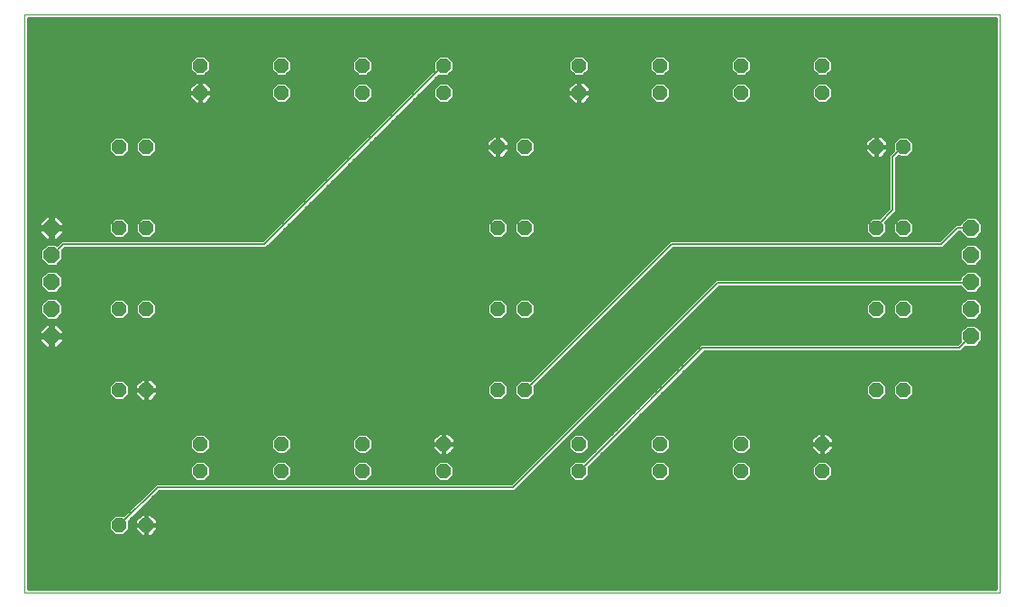
<source format=gbl>
G75*
%MOIN*%
%OFA0B0*%
%FSLAX25Y25*%
%IPPOS*%
%LPD*%
%AMOC8*
5,1,8,0,0,1.08239X$1,22.5*
%
%ADD10C,0.00000*%
%ADD11OC8,0.05200*%
%ADD12OC8,0.06000*%
%ADD13C,0.01600*%
%ADD14C,0.00600*%
D10*
X0001300Y0001300D02*
X0001300Y0215261D01*
X0362001Y0215261D01*
X0362001Y0001300D01*
X0001300Y0001300D01*
D11*
X0036300Y0026300D03*
X0046300Y0026300D03*
X0066300Y0046300D03*
X0066300Y0056300D03*
X0096300Y0056300D03*
X0096300Y0046300D03*
X0126300Y0046300D03*
X0126300Y0056300D03*
X0156300Y0056300D03*
X0156300Y0046300D03*
X0206300Y0046300D03*
X0206300Y0056300D03*
X0186300Y0076300D03*
X0176300Y0076300D03*
X0176300Y0106300D03*
X0186300Y0106300D03*
X0186300Y0136300D03*
X0176300Y0136300D03*
X0176300Y0166300D03*
X0186300Y0166300D03*
X0206300Y0186300D03*
X0206300Y0196300D03*
X0236300Y0196300D03*
X0236300Y0186300D03*
X0266300Y0186300D03*
X0266300Y0196300D03*
X0296300Y0196300D03*
X0296300Y0186300D03*
X0316300Y0166300D03*
X0326300Y0166300D03*
X0326300Y0136300D03*
X0316300Y0136300D03*
X0316300Y0106300D03*
X0326300Y0106300D03*
X0326300Y0076300D03*
X0316300Y0076300D03*
X0296300Y0056300D03*
X0296300Y0046300D03*
X0266300Y0046300D03*
X0266300Y0056300D03*
X0236300Y0056300D03*
X0236300Y0046300D03*
X0046300Y0076300D03*
X0036300Y0076300D03*
X0036300Y0106300D03*
X0046300Y0106300D03*
X0046300Y0136300D03*
X0036300Y0136300D03*
X0036300Y0166300D03*
X0046300Y0166300D03*
X0066300Y0186300D03*
X0066300Y0196300D03*
X0096300Y0196300D03*
X0096300Y0186300D03*
X0126300Y0186300D03*
X0126300Y0196300D03*
X0156300Y0196300D03*
X0156300Y0186300D03*
D12*
X0011300Y0136300D03*
X0011300Y0126300D03*
X0011300Y0116300D03*
X0011300Y0106300D03*
X0011300Y0096300D03*
X0351300Y0096300D03*
X0351300Y0106300D03*
X0351300Y0116300D03*
X0351300Y0126300D03*
X0351300Y0136300D03*
D13*
X0355700Y0135575D02*
X0360201Y0135575D01*
X0360201Y0137173D02*
X0355700Y0137173D01*
X0355700Y0138123D02*
X0353123Y0140700D01*
X0349477Y0140700D01*
X0346900Y0138123D01*
X0346900Y0138000D01*
X0345596Y0138000D01*
X0344600Y0137004D01*
X0339596Y0132000D01*
X0239996Y0132000D01*
X0239000Y0131004D01*
X0188126Y0080130D01*
X0187957Y0080300D01*
X0184643Y0080300D01*
X0182300Y0077957D01*
X0182300Y0074643D01*
X0184643Y0072300D01*
X0187957Y0072300D01*
X0190300Y0074643D01*
X0190300Y0077496D01*
X0241404Y0128600D01*
X0341004Y0128600D01*
X0346900Y0134496D01*
X0346900Y0134477D01*
X0349477Y0131900D01*
X0353123Y0131900D01*
X0355700Y0134477D01*
X0355700Y0138123D01*
X0355051Y0138772D02*
X0360201Y0138772D01*
X0360201Y0140370D02*
X0353452Y0140370D01*
X0349148Y0140370D02*
X0322175Y0140370D01*
X0323004Y0141200D02*
X0320030Y0138226D01*
X0320300Y0137957D01*
X0320300Y0134643D01*
X0317957Y0132300D01*
X0314643Y0132300D01*
X0312300Y0134643D01*
X0312300Y0137957D01*
X0314643Y0140300D01*
X0317296Y0140300D01*
X0320600Y0143604D01*
X0320600Y0163404D01*
X0322300Y0165104D01*
X0322300Y0167957D01*
X0324643Y0170300D01*
X0327957Y0170300D01*
X0330300Y0167957D01*
X0330300Y0164643D01*
X0327957Y0162300D01*
X0324643Y0162300D01*
X0324474Y0162470D01*
X0324000Y0161996D01*
X0324000Y0142196D01*
X0323004Y0141200D01*
X0323773Y0141969D02*
X0360201Y0141969D01*
X0360201Y0143568D02*
X0324000Y0143568D01*
X0324000Y0145166D02*
X0360201Y0145166D01*
X0360201Y0146765D02*
X0324000Y0146765D01*
X0324000Y0148363D02*
X0360201Y0148363D01*
X0360201Y0149962D02*
X0324000Y0149962D01*
X0324000Y0151560D02*
X0360201Y0151560D01*
X0360201Y0153159D02*
X0324000Y0153159D01*
X0324000Y0154757D02*
X0360201Y0154757D01*
X0360201Y0156356D02*
X0324000Y0156356D01*
X0324000Y0157954D02*
X0360201Y0157954D01*
X0360201Y0159553D02*
X0324000Y0159553D01*
X0324000Y0161151D02*
X0360201Y0161151D01*
X0360201Y0162750D02*
X0328406Y0162750D01*
X0330005Y0164348D02*
X0360201Y0164348D01*
X0360201Y0165947D02*
X0330300Y0165947D01*
X0330300Y0167545D02*
X0360201Y0167545D01*
X0360201Y0169144D02*
X0329113Y0169144D01*
X0323487Y0169144D02*
X0319679Y0169144D01*
X0320700Y0168123D02*
X0318123Y0170700D01*
X0316300Y0170700D01*
X0316300Y0166300D01*
X0320700Y0166300D01*
X0320700Y0168123D01*
X0320700Y0167545D02*
X0322300Y0167545D01*
X0322300Y0165947D02*
X0320700Y0165947D01*
X0320700Y0166300D02*
X0316300Y0166300D01*
X0316300Y0166300D01*
X0316300Y0166300D01*
X0316300Y0161900D01*
X0318123Y0161900D01*
X0320700Y0164477D01*
X0320700Y0166300D01*
X0320571Y0164348D02*
X0321544Y0164348D01*
X0320600Y0162750D02*
X0318972Y0162750D01*
X0320600Y0161151D02*
X0123355Y0161151D01*
X0121757Y0159553D02*
X0320600Y0159553D01*
X0320600Y0157954D02*
X0120158Y0157954D01*
X0118560Y0156356D02*
X0320600Y0156356D01*
X0320600Y0154757D02*
X0116961Y0154757D01*
X0115363Y0153159D02*
X0320600Y0153159D01*
X0320600Y0151560D02*
X0113764Y0151560D01*
X0112166Y0149962D02*
X0320600Y0149962D01*
X0320600Y0148363D02*
X0110567Y0148363D01*
X0108969Y0146765D02*
X0320600Y0146765D01*
X0320600Y0145166D02*
X0107370Y0145166D01*
X0105772Y0143568D02*
X0320563Y0143568D01*
X0318965Y0141969D02*
X0104173Y0141969D01*
X0102575Y0140370D02*
X0317366Y0140370D01*
X0320576Y0138772D02*
X0323115Y0138772D01*
X0322300Y0137957D02*
X0324643Y0140300D01*
X0327957Y0140300D01*
X0330300Y0137957D01*
X0330300Y0134643D01*
X0327957Y0132300D01*
X0324643Y0132300D01*
X0322300Y0134643D01*
X0322300Y0137957D01*
X0322300Y0137173D02*
X0320300Y0137173D01*
X0320300Y0135575D02*
X0322300Y0135575D01*
X0322967Y0133976D02*
X0319633Y0133976D01*
X0318035Y0132378D02*
X0324565Y0132378D01*
X0328035Y0132378D02*
X0339974Y0132378D01*
X0341572Y0133976D02*
X0329633Y0133976D01*
X0330300Y0135575D02*
X0343171Y0135575D01*
X0344769Y0137173D02*
X0330300Y0137173D01*
X0329485Y0138772D02*
X0347549Y0138772D01*
X0347401Y0133976D02*
X0346381Y0133976D01*
X0344782Y0132378D02*
X0349000Y0132378D01*
X0349477Y0130700D02*
X0346900Y0128123D01*
X0346900Y0124477D01*
X0349477Y0121900D01*
X0353123Y0121900D01*
X0355700Y0124477D01*
X0355700Y0128123D01*
X0353123Y0130700D01*
X0349477Y0130700D01*
X0347958Y0129181D02*
X0341585Y0129181D01*
X0343184Y0130779D02*
X0360201Y0130779D01*
X0360201Y0129181D02*
X0354642Y0129181D01*
X0355700Y0127582D02*
X0360201Y0127582D01*
X0360201Y0125984D02*
X0355700Y0125984D01*
X0355608Y0124385D02*
X0360201Y0124385D01*
X0360201Y0122787D02*
X0354009Y0122787D01*
X0353123Y0120700D02*
X0349477Y0120700D01*
X0346900Y0118123D01*
X0346900Y0117600D01*
X0256796Y0117600D01*
X0255800Y0116604D01*
X0181196Y0042000D01*
X0049796Y0042000D01*
X0048800Y0041004D01*
X0038026Y0030230D01*
X0037957Y0030300D01*
X0034643Y0030300D01*
X0032300Y0027957D01*
X0032300Y0024643D01*
X0034643Y0022300D01*
X0037957Y0022300D01*
X0040300Y0024643D01*
X0040300Y0027696D01*
X0051204Y0038600D01*
X0182604Y0038600D01*
X0258204Y0114200D01*
X0347177Y0114200D01*
X0349477Y0111900D01*
X0353123Y0111900D01*
X0355700Y0114477D01*
X0355700Y0118123D01*
X0353123Y0120700D01*
X0354233Y0119590D02*
X0360201Y0119590D01*
X0360201Y0121188D02*
X0233993Y0121188D01*
X0235591Y0122787D02*
X0348591Y0122787D01*
X0346992Y0124385D02*
X0237190Y0124385D01*
X0238788Y0125984D02*
X0346900Y0125984D01*
X0346900Y0127582D02*
X0240387Y0127582D01*
X0237177Y0129181D02*
X0091385Y0129181D01*
X0091800Y0129596D02*
X0154574Y0192370D01*
X0154643Y0192300D01*
X0157957Y0192300D01*
X0160300Y0194643D01*
X0160300Y0197957D01*
X0157957Y0200300D01*
X0154643Y0200300D01*
X0152300Y0197957D01*
X0152300Y0194904D01*
X0089396Y0132000D01*
X0014996Y0132000D01*
X0013409Y0130413D01*
X0013123Y0130700D01*
X0009477Y0130700D01*
X0006900Y0128123D01*
X0006900Y0124477D01*
X0009477Y0121900D01*
X0013123Y0121900D01*
X0015700Y0124477D01*
X0015700Y0127896D01*
X0016404Y0128600D01*
X0090804Y0128600D01*
X0091800Y0129596D01*
X0092984Y0130779D02*
X0238775Y0130779D01*
X0235578Y0127582D02*
X0015700Y0127582D01*
X0015700Y0125984D02*
X0233980Y0125984D01*
X0232381Y0124385D02*
X0015608Y0124385D01*
X0014009Y0122787D02*
X0230783Y0122787D01*
X0229184Y0121188D02*
X0003100Y0121188D01*
X0003100Y0119590D02*
X0008367Y0119590D01*
X0009477Y0120700D02*
X0006900Y0118123D01*
X0006900Y0114477D01*
X0009477Y0111900D01*
X0013123Y0111900D01*
X0015700Y0114477D01*
X0015700Y0118123D01*
X0013123Y0120700D01*
X0009477Y0120700D01*
X0008591Y0122787D02*
X0003100Y0122787D01*
X0003100Y0124385D02*
X0006992Y0124385D01*
X0006900Y0125984D02*
X0003100Y0125984D01*
X0003100Y0127582D02*
X0006900Y0127582D01*
X0007958Y0129181D02*
X0003100Y0129181D01*
X0003100Y0130779D02*
X0013775Y0130779D01*
X0013288Y0131500D02*
X0016100Y0134312D01*
X0016100Y0136100D01*
X0011500Y0136100D01*
X0011500Y0136500D01*
X0016100Y0136500D01*
X0016100Y0138288D01*
X0013288Y0141100D01*
X0011500Y0141100D01*
X0011500Y0136500D01*
X0011100Y0136500D01*
X0011100Y0141100D01*
X0009312Y0141100D01*
X0006500Y0138288D01*
X0006500Y0136500D01*
X0011100Y0136500D01*
X0011100Y0136100D01*
X0011500Y0136100D01*
X0011500Y0131500D01*
X0013288Y0131500D01*
X0014166Y0132378D02*
X0034565Y0132378D01*
X0034643Y0132300D02*
X0037957Y0132300D01*
X0040300Y0134643D01*
X0040300Y0137957D01*
X0037957Y0140300D01*
X0034643Y0140300D01*
X0032300Y0137957D01*
X0032300Y0134643D01*
X0034643Y0132300D01*
X0032967Y0133976D02*
X0015765Y0133976D01*
X0016100Y0135575D02*
X0032300Y0135575D01*
X0032300Y0137173D02*
X0016100Y0137173D01*
X0015616Y0138772D02*
X0033115Y0138772D01*
X0039485Y0138772D02*
X0043115Y0138772D01*
X0042300Y0137957D02*
X0042300Y0134643D01*
X0044643Y0132300D01*
X0047957Y0132300D01*
X0050300Y0134643D01*
X0050300Y0137957D01*
X0047957Y0140300D01*
X0044643Y0140300D01*
X0042300Y0137957D01*
X0042300Y0137173D02*
X0040300Y0137173D01*
X0040300Y0135575D02*
X0042300Y0135575D01*
X0042967Y0133976D02*
X0039633Y0133976D01*
X0038035Y0132378D02*
X0044565Y0132378D01*
X0048035Y0132378D02*
X0089774Y0132378D01*
X0091372Y0133976D02*
X0049633Y0133976D01*
X0050300Y0135575D02*
X0092971Y0135575D01*
X0094569Y0137173D02*
X0050300Y0137173D01*
X0049485Y0138772D02*
X0096168Y0138772D01*
X0097766Y0140370D02*
X0014018Y0140370D01*
X0011500Y0140370D02*
X0011100Y0140370D01*
X0011100Y0138772D02*
X0011500Y0138772D01*
X0011500Y0137173D02*
X0011100Y0137173D01*
X0011100Y0136100D02*
X0006500Y0136100D01*
X0006500Y0134312D01*
X0009312Y0131500D01*
X0011100Y0131500D01*
X0011100Y0136100D01*
X0011100Y0135575D02*
X0011500Y0135575D01*
X0011500Y0133976D02*
X0011100Y0133976D01*
X0011100Y0132378D02*
X0011500Y0132378D01*
X0008434Y0132378D02*
X0003100Y0132378D01*
X0003100Y0133976D02*
X0006835Y0133976D01*
X0006500Y0135575D02*
X0003100Y0135575D01*
X0003100Y0137173D02*
X0006500Y0137173D01*
X0006984Y0138772D02*
X0003100Y0138772D01*
X0003100Y0140370D02*
X0008582Y0140370D01*
X0003100Y0141969D02*
X0099365Y0141969D01*
X0100963Y0143568D02*
X0003100Y0143568D01*
X0003100Y0145166D02*
X0102562Y0145166D01*
X0104160Y0146765D02*
X0003100Y0146765D01*
X0003100Y0148363D02*
X0105759Y0148363D01*
X0107357Y0149962D02*
X0003100Y0149962D01*
X0003100Y0151560D02*
X0108956Y0151560D01*
X0110554Y0153159D02*
X0003100Y0153159D01*
X0003100Y0154757D02*
X0112153Y0154757D01*
X0113751Y0156356D02*
X0003100Y0156356D01*
X0003100Y0157954D02*
X0115350Y0157954D01*
X0116948Y0159553D02*
X0003100Y0159553D01*
X0003100Y0161151D02*
X0118547Y0161151D01*
X0120145Y0162750D02*
X0048406Y0162750D01*
X0047957Y0162300D02*
X0050300Y0164643D01*
X0050300Y0167957D01*
X0047957Y0170300D01*
X0044643Y0170300D01*
X0042300Y0167957D01*
X0042300Y0164643D01*
X0044643Y0162300D01*
X0047957Y0162300D01*
X0050005Y0164348D02*
X0121744Y0164348D01*
X0123343Y0165947D02*
X0050300Y0165947D01*
X0050300Y0167545D02*
X0124941Y0167545D01*
X0126540Y0169144D02*
X0049113Y0169144D01*
X0043487Y0169144D02*
X0039113Y0169144D01*
X0037957Y0170300D02*
X0034643Y0170300D01*
X0032300Y0167957D01*
X0032300Y0164643D01*
X0034643Y0162300D01*
X0037957Y0162300D01*
X0040300Y0164643D01*
X0040300Y0167957D01*
X0037957Y0170300D01*
X0040300Y0167545D02*
X0042300Y0167545D01*
X0042300Y0165947D02*
X0040300Y0165947D01*
X0040005Y0164348D02*
X0042595Y0164348D01*
X0044194Y0162750D02*
X0038406Y0162750D01*
X0034194Y0162750D02*
X0003100Y0162750D01*
X0003100Y0164348D02*
X0032595Y0164348D01*
X0032300Y0165947D02*
X0003100Y0165947D01*
X0003100Y0167545D02*
X0032300Y0167545D01*
X0033487Y0169144D02*
X0003100Y0169144D01*
X0003100Y0170742D02*
X0128138Y0170742D01*
X0129737Y0172341D02*
X0003100Y0172341D01*
X0003100Y0173939D02*
X0131335Y0173939D01*
X0132934Y0175538D02*
X0003100Y0175538D01*
X0003100Y0177136D02*
X0134532Y0177136D01*
X0136131Y0178735D02*
X0003100Y0178735D01*
X0003100Y0180333D02*
X0137729Y0180333D01*
X0139328Y0181932D02*
X0068154Y0181932D01*
X0068123Y0181900D02*
X0070700Y0184477D01*
X0070700Y0186300D01*
X0070700Y0188123D01*
X0068123Y0190700D01*
X0066300Y0190700D01*
X0066300Y0186300D01*
X0066300Y0186300D01*
X0070700Y0186300D01*
X0066300Y0186300D01*
X0066300Y0186300D01*
X0066300Y0186300D01*
X0061900Y0186300D01*
X0061900Y0188123D01*
X0064477Y0190700D01*
X0066300Y0190700D01*
X0066300Y0186300D01*
X0066300Y0181900D01*
X0068123Y0181900D01*
X0066300Y0181900D02*
X0066300Y0186300D01*
X0066300Y0186300D01*
X0061900Y0186300D01*
X0061900Y0184477D01*
X0064477Y0181900D01*
X0066300Y0181900D01*
X0066300Y0181932D02*
X0066300Y0181932D01*
X0066300Y0183530D02*
X0066300Y0183530D01*
X0066300Y0185129D02*
X0066300Y0185129D01*
X0066300Y0186727D02*
X0066300Y0186727D01*
X0066300Y0188326D02*
X0066300Y0188326D01*
X0066300Y0189924D02*
X0066300Y0189924D01*
X0068898Y0189924D02*
X0094267Y0189924D01*
X0094643Y0190300D02*
X0092300Y0187957D01*
X0092300Y0184643D01*
X0094643Y0182300D01*
X0097957Y0182300D01*
X0100300Y0184643D01*
X0100300Y0187957D01*
X0097957Y0190300D01*
X0094643Y0190300D01*
X0094643Y0192300D02*
X0097957Y0192300D01*
X0100300Y0194643D01*
X0100300Y0197957D01*
X0097957Y0200300D01*
X0094643Y0200300D01*
X0092300Y0197957D01*
X0092300Y0194643D01*
X0094643Y0192300D01*
X0093822Y0193121D02*
X0068778Y0193121D01*
X0067957Y0192300D02*
X0064643Y0192300D01*
X0062300Y0194643D01*
X0062300Y0197957D01*
X0064643Y0200300D01*
X0067957Y0200300D01*
X0070300Y0197957D01*
X0070300Y0194643D01*
X0067957Y0192300D01*
X0063822Y0193121D02*
X0003100Y0193121D01*
X0003100Y0191523D02*
X0148919Y0191523D01*
X0150517Y0193121D02*
X0128778Y0193121D01*
X0127957Y0192300D02*
X0124643Y0192300D01*
X0122300Y0194643D01*
X0122300Y0197957D01*
X0124643Y0200300D01*
X0127957Y0200300D01*
X0130300Y0197957D01*
X0130300Y0194643D01*
X0127957Y0192300D01*
X0127957Y0190300D02*
X0124643Y0190300D01*
X0122300Y0187957D01*
X0122300Y0184643D01*
X0124643Y0182300D01*
X0127957Y0182300D01*
X0130300Y0184643D01*
X0130300Y0187957D01*
X0127957Y0190300D01*
X0128332Y0189924D02*
X0147320Y0189924D01*
X0145722Y0188326D02*
X0129931Y0188326D01*
X0130300Y0186727D02*
X0144123Y0186727D01*
X0142525Y0185129D02*
X0130300Y0185129D01*
X0129187Y0183530D02*
X0140926Y0183530D01*
X0142537Y0180333D02*
X0360201Y0180333D01*
X0360201Y0178735D02*
X0140939Y0178735D01*
X0139340Y0177136D02*
X0360201Y0177136D01*
X0360201Y0175538D02*
X0137742Y0175538D01*
X0136143Y0173939D02*
X0360201Y0173939D01*
X0360201Y0172341D02*
X0134545Y0172341D01*
X0132946Y0170742D02*
X0360201Y0170742D01*
X0360201Y0181932D02*
X0208154Y0181932D01*
X0208123Y0181900D02*
X0210700Y0184477D01*
X0210700Y0186300D01*
X0210700Y0188123D01*
X0208123Y0190700D01*
X0206300Y0190700D01*
X0206300Y0186300D01*
X0206300Y0186300D01*
X0210700Y0186300D01*
X0206300Y0186300D01*
X0206300Y0186300D01*
X0206300Y0186300D01*
X0201900Y0186300D01*
X0201900Y0188123D01*
X0204477Y0190700D01*
X0206300Y0190700D01*
X0206300Y0186300D01*
X0206300Y0181900D01*
X0208123Y0181900D01*
X0206300Y0181900D02*
X0206300Y0186300D01*
X0206300Y0186300D01*
X0201900Y0186300D01*
X0201900Y0184477D01*
X0204477Y0181900D01*
X0206300Y0181900D01*
X0206300Y0181932D02*
X0206300Y0181932D01*
X0206300Y0183530D02*
X0206300Y0183530D01*
X0206300Y0185129D02*
X0206300Y0185129D01*
X0206300Y0186727D02*
X0206300Y0186727D01*
X0206300Y0188326D02*
X0206300Y0188326D01*
X0206300Y0189924D02*
X0206300Y0189924D01*
X0208898Y0189924D02*
X0234267Y0189924D01*
X0234643Y0190300D02*
X0232300Y0187957D01*
X0232300Y0184643D01*
X0234643Y0182300D01*
X0237957Y0182300D01*
X0240300Y0184643D01*
X0240300Y0187957D01*
X0237957Y0190300D01*
X0234643Y0190300D01*
X0234643Y0192300D02*
X0237957Y0192300D01*
X0240300Y0194643D01*
X0240300Y0197957D01*
X0237957Y0200300D01*
X0234643Y0200300D01*
X0232300Y0197957D01*
X0232300Y0194643D01*
X0234643Y0192300D01*
X0233822Y0193121D02*
X0208778Y0193121D01*
X0207957Y0192300D02*
X0204643Y0192300D01*
X0202300Y0194643D01*
X0202300Y0197957D01*
X0204643Y0200300D01*
X0207957Y0200300D01*
X0210300Y0197957D01*
X0210300Y0194643D01*
X0207957Y0192300D01*
X0203822Y0193121D02*
X0158778Y0193121D01*
X0160300Y0194720D02*
X0202300Y0194720D01*
X0202300Y0196318D02*
X0160300Y0196318D01*
X0160300Y0197917D02*
X0202300Y0197917D01*
X0203859Y0199515D02*
X0158741Y0199515D01*
X0153859Y0199515D02*
X0128741Y0199515D01*
X0130300Y0197917D02*
X0152300Y0197917D01*
X0152300Y0196318D02*
X0130300Y0196318D01*
X0130300Y0194720D02*
X0152116Y0194720D01*
X0153727Y0191523D02*
X0360201Y0191523D01*
X0360201Y0193121D02*
X0298778Y0193121D01*
X0297957Y0192300D02*
X0294643Y0192300D01*
X0292300Y0194643D01*
X0292300Y0197957D01*
X0294643Y0200300D01*
X0297957Y0200300D01*
X0300300Y0197957D01*
X0300300Y0194643D01*
X0297957Y0192300D01*
X0297957Y0190300D02*
X0294643Y0190300D01*
X0292300Y0187957D01*
X0292300Y0184643D01*
X0294643Y0182300D01*
X0297957Y0182300D01*
X0300300Y0184643D01*
X0300300Y0187957D01*
X0297957Y0190300D01*
X0298332Y0189924D02*
X0360201Y0189924D01*
X0360201Y0188326D02*
X0299931Y0188326D01*
X0300300Y0186727D02*
X0360201Y0186727D01*
X0360201Y0185129D02*
X0300300Y0185129D01*
X0299187Y0183530D02*
X0360201Y0183530D01*
X0360201Y0194720D02*
X0300300Y0194720D01*
X0300300Y0196318D02*
X0360201Y0196318D01*
X0360201Y0197917D02*
X0300300Y0197917D01*
X0298741Y0199515D02*
X0360201Y0199515D01*
X0360201Y0201114D02*
X0003100Y0201114D01*
X0003100Y0202712D02*
X0360201Y0202712D01*
X0360201Y0204311D02*
X0003100Y0204311D01*
X0003100Y0205909D02*
X0360201Y0205909D01*
X0360201Y0207508D02*
X0003100Y0207508D01*
X0003100Y0209106D02*
X0360201Y0209106D01*
X0360201Y0210705D02*
X0003100Y0210705D01*
X0003100Y0212303D02*
X0360201Y0212303D01*
X0360201Y0213461D02*
X0003100Y0213461D01*
X0003100Y0003100D01*
X0360201Y0003100D01*
X0360201Y0213461D01*
X0294267Y0189924D02*
X0268332Y0189924D01*
X0267957Y0190300D02*
X0264643Y0190300D01*
X0262300Y0187957D01*
X0262300Y0184643D01*
X0264643Y0182300D01*
X0267957Y0182300D01*
X0270300Y0184643D01*
X0270300Y0187957D01*
X0267957Y0190300D01*
X0267957Y0192300D02*
X0264643Y0192300D01*
X0262300Y0194643D01*
X0262300Y0197957D01*
X0264643Y0200300D01*
X0267957Y0200300D01*
X0270300Y0197957D01*
X0270300Y0194643D01*
X0267957Y0192300D01*
X0268778Y0193121D02*
X0293822Y0193121D01*
X0292300Y0194720D02*
X0270300Y0194720D01*
X0270300Y0196318D02*
X0292300Y0196318D01*
X0292300Y0197917D02*
X0270300Y0197917D01*
X0268741Y0199515D02*
X0293859Y0199515D01*
X0292669Y0188326D02*
X0269931Y0188326D01*
X0270300Y0186727D02*
X0292300Y0186727D01*
X0292300Y0185129D02*
X0270300Y0185129D01*
X0269187Y0183530D02*
X0293413Y0183530D01*
X0311900Y0168123D02*
X0314477Y0170700D01*
X0316300Y0170700D01*
X0316300Y0166300D01*
X0316300Y0166300D01*
X0316300Y0166300D01*
X0311900Y0166300D01*
X0311900Y0168123D01*
X0311900Y0167545D02*
X0190300Y0167545D01*
X0190300Y0167957D02*
X0187957Y0170300D01*
X0184643Y0170300D01*
X0182300Y0167957D01*
X0182300Y0164643D01*
X0184643Y0162300D01*
X0187957Y0162300D01*
X0190300Y0164643D01*
X0190300Y0167957D01*
X0189113Y0169144D02*
X0312921Y0169144D01*
X0316300Y0169144D02*
X0316300Y0169144D01*
X0316300Y0167545D02*
X0316300Y0167545D01*
X0316300Y0166300D02*
X0311900Y0166300D01*
X0311900Y0164477D01*
X0314477Y0161900D01*
X0316300Y0161900D01*
X0316300Y0166300D01*
X0316300Y0165947D02*
X0316300Y0165947D01*
X0316300Y0164348D02*
X0316300Y0164348D01*
X0316300Y0162750D02*
X0316300Y0162750D01*
X0313628Y0162750D02*
X0188406Y0162750D01*
X0190005Y0164348D02*
X0312029Y0164348D01*
X0311900Y0165947D02*
X0190300Y0165947D01*
X0184194Y0162750D02*
X0178972Y0162750D01*
X0178123Y0161900D02*
X0176300Y0161900D01*
X0176300Y0166300D01*
X0180700Y0166300D01*
X0180700Y0168123D01*
X0178123Y0170700D01*
X0176300Y0170700D01*
X0176300Y0166300D01*
X0176300Y0166300D01*
X0176300Y0166300D01*
X0180700Y0166300D01*
X0180700Y0164477D01*
X0178123Y0161900D01*
X0176300Y0161900D02*
X0176300Y0166300D01*
X0176300Y0166300D01*
X0176300Y0166300D01*
X0171900Y0166300D01*
X0171900Y0168123D01*
X0174477Y0170700D01*
X0176300Y0170700D01*
X0176300Y0166300D01*
X0171900Y0166300D01*
X0171900Y0164477D01*
X0174477Y0161900D01*
X0176300Y0161900D01*
X0176300Y0162750D02*
X0176300Y0162750D01*
X0176300Y0164348D02*
X0176300Y0164348D01*
X0176300Y0165947D02*
X0176300Y0165947D01*
X0176300Y0167545D02*
X0176300Y0167545D01*
X0176300Y0169144D02*
X0176300Y0169144D01*
X0179679Y0169144D02*
X0183487Y0169144D01*
X0182300Y0167545D02*
X0180700Y0167545D01*
X0180700Y0165947D02*
X0182300Y0165947D01*
X0182595Y0164348D02*
X0180571Y0164348D01*
X0173628Y0162750D02*
X0124954Y0162750D01*
X0126552Y0164348D02*
X0172029Y0164348D01*
X0171900Y0165947D02*
X0128151Y0165947D01*
X0129749Y0167545D02*
X0171900Y0167545D01*
X0172921Y0169144D02*
X0131348Y0169144D01*
X0123413Y0183530D02*
X0099187Y0183530D01*
X0100300Y0185129D02*
X0122300Y0185129D01*
X0122300Y0186727D02*
X0100300Y0186727D01*
X0099931Y0188326D02*
X0122669Y0188326D01*
X0124267Y0189924D02*
X0098332Y0189924D01*
X0098778Y0193121D02*
X0123822Y0193121D01*
X0122300Y0194720D02*
X0100300Y0194720D01*
X0100300Y0196318D02*
X0122300Y0196318D01*
X0122300Y0197917D02*
X0100300Y0197917D01*
X0098741Y0199515D02*
X0123859Y0199515D01*
X0147333Y0185129D02*
X0152300Y0185129D01*
X0152300Y0184643D02*
X0154643Y0182300D01*
X0157957Y0182300D01*
X0160300Y0184643D01*
X0160300Y0187957D01*
X0157957Y0190300D01*
X0154643Y0190300D01*
X0152300Y0187957D01*
X0152300Y0184643D01*
X0153413Y0183530D02*
X0145734Y0183530D01*
X0144136Y0181932D02*
X0204446Y0181932D01*
X0202847Y0183530D02*
X0159187Y0183530D01*
X0160300Y0185129D02*
X0201900Y0185129D01*
X0201900Y0186727D02*
X0160300Y0186727D01*
X0159931Y0188326D02*
X0202103Y0188326D01*
X0203702Y0189924D02*
X0158332Y0189924D01*
X0154267Y0189924D02*
X0152128Y0189924D01*
X0152669Y0188326D02*
X0150530Y0188326D01*
X0148931Y0186727D02*
X0152300Y0186727D01*
X0209753Y0183530D02*
X0233413Y0183530D01*
X0232300Y0185129D02*
X0210700Y0185129D01*
X0210700Y0186727D02*
X0232300Y0186727D01*
X0232669Y0188326D02*
X0210497Y0188326D01*
X0210300Y0194720D02*
X0232300Y0194720D01*
X0232300Y0196318D02*
X0210300Y0196318D01*
X0210300Y0197917D02*
X0232300Y0197917D01*
X0233859Y0199515D02*
X0208741Y0199515D01*
X0238741Y0199515D02*
X0263859Y0199515D01*
X0262300Y0197917D02*
X0240300Y0197917D01*
X0240300Y0196318D02*
X0262300Y0196318D01*
X0262300Y0194720D02*
X0240300Y0194720D01*
X0238778Y0193121D02*
X0263822Y0193121D01*
X0264267Y0189924D02*
X0238332Y0189924D01*
X0239931Y0188326D02*
X0262669Y0188326D01*
X0262300Y0186727D02*
X0240300Y0186727D01*
X0240300Y0185129D02*
X0262300Y0185129D01*
X0263413Y0183530D02*
X0239187Y0183530D01*
X0190300Y0137957D02*
X0187957Y0140300D01*
X0184643Y0140300D01*
X0182300Y0137957D01*
X0182300Y0134643D01*
X0184643Y0132300D01*
X0187957Y0132300D01*
X0190300Y0134643D01*
X0190300Y0137957D01*
X0190300Y0137173D02*
X0312300Y0137173D01*
X0312300Y0135575D02*
X0190300Y0135575D01*
X0189633Y0133976D02*
X0312967Y0133976D01*
X0314565Y0132378D02*
X0188035Y0132378D01*
X0184565Y0132378D02*
X0178035Y0132378D01*
X0177957Y0132300D02*
X0180300Y0134643D01*
X0180300Y0137957D01*
X0177957Y0140300D01*
X0174643Y0140300D01*
X0172300Y0137957D01*
X0172300Y0134643D01*
X0174643Y0132300D01*
X0177957Y0132300D01*
X0179633Y0133976D02*
X0182967Y0133976D01*
X0182300Y0135575D02*
X0180300Y0135575D01*
X0180300Y0137173D02*
X0182300Y0137173D01*
X0183115Y0138772D02*
X0179485Y0138772D01*
X0173115Y0138772D02*
X0100976Y0138772D01*
X0099378Y0137173D02*
X0172300Y0137173D01*
X0172300Y0135575D02*
X0097779Y0135575D01*
X0096181Y0133976D02*
X0172967Y0133976D01*
X0174565Y0132378D02*
X0094582Y0132378D01*
X0050300Y0107957D02*
X0050300Y0104643D01*
X0047957Y0102300D01*
X0044643Y0102300D01*
X0042300Y0104643D01*
X0042300Y0107957D01*
X0044643Y0110300D01*
X0047957Y0110300D01*
X0050300Y0107957D01*
X0049857Y0108400D02*
X0172743Y0108400D01*
X0172300Y0107957D02*
X0172300Y0104643D01*
X0174643Y0102300D01*
X0177957Y0102300D01*
X0180300Y0104643D01*
X0180300Y0107957D01*
X0177957Y0110300D01*
X0174643Y0110300D01*
X0172300Y0107957D01*
X0172300Y0106802D02*
X0050300Y0106802D01*
X0050300Y0105203D02*
X0172300Y0105203D01*
X0173338Y0103605D02*
X0049262Y0103605D01*
X0043338Y0103605D02*
X0039262Y0103605D01*
X0040300Y0104643D02*
X0037957Y0102300D01*
X0034643Y0102300D01*
X0032300Y0104643D01*
X0032300Y0107957D01*
X0034643Y0110300D01*
X0037957Y0110300D01*
X0040300Y0107957D01*
X0040300Y0104643D01*
X0040300Y0105203D02*
X0042300Y0105203D01*
X0042300Y0106802D02*
X0040300Y0106802D01*
X0039857Y0108400D02*
X0042743Y0108400D01*
X0044342Y0109999D02*
X0038258Y0109999D01*
X0034342Y0109999D02*
X0013824Y0109999D01*
X0013123Y0110700D02*
X0009477Y0110700D01*
X0006900Y0108123D01*
X0006900Y0104477D01*
X0009477Y0101900D01*
X0013123Y0101900D01*
X0015700Y0104477D01*
X0015700Y0108123D01*
X0013123Y0110700D01*
X0014418Y0113196D02*
X0221192Y0113196D01*
X0222790Y0114794D02*
X0015700Y0114794D01*
X0015700Y0116393D02*
X0224389Y0116393D01*
X0225987Y0117991D02*
X0015700Y0117991D01*
X0014233Y0119590D02*
X0227586Y0119590D01*
X0230795Y0117991D02*
X0346900Y0117991D01*
X0348367Y0119590D02*
X0232394Y0119590D01*
X0229197Y0116393D02*
X0255589Y0116393D01*
X0253990Y0114794D02*
X0227598Y0114794D01*
X0226000Y0113196D02*
X0252392Y0113196D01*
X0250793Y0111597D02*
X0224401Y0111597D01*
X0222803Y0109999D02*
X0249195Y0109999D01*
X0247596Y0108400D02*
X0221204Y0108400D01*
X0219606Y0106802D02*
X0245998Y0106802D01*
X0244399Y0105203D02*
X0218007Y0105203D01*
X0216409Y0103605D02*
X0242801Y0103605D01*
X0241202Y0102006D02*
X0214810Y0102006D01*
X0213212Y0100408D02*
X0239604Y0100408D01*
X0238005Y0098809D02*
X0211613Y0098809D01*
X0210015Y0097211D02*
X0236407Y0097211D01*
X0234808Y0095612D02*
X0208416Y0095612D01*
X0206818Y0094014D02*
X0233209Y0094014D01*
X0231611Y0092415D02*
X0205219Y0092415D01*
X0203621Y0090817D02*
X0230012Y0090817D01*
X0228414Y0089218D02*
X0202022Y0089218D01*
X0200424Y0087620D02*
X0226815Y0087620D01*
X0225217Y0086021D02*
X0198825Y0086021D01*
X0197227Y0084423D02*
X0223618Y0084423D01*
X0222020Y0082824D02*
X0195628Y0082824D01*
X0194030Y0081226D02*
X0220421Y0081226D01*
X0218823Y0079627D02*
X0192431Y0079627D01*
X0190833Y0078029D02*
X0217224Y0078029D01*
X0215626Y0076430D02*
X0190300Y0076430D01*
X0190300Y0074832D02*
X0214027Y0074832D01*
X0212429Y0073233D02*
X0188890Y0073233D01*
X0183710Y0073233D02*
X0178890Y0073233D01*
X0177957Y0072300D02*
X0180300Y0074643D01*
X0180300Y0077957D01*
X0177957Y0080300D01*
X0174643Y0080300D01*
X0172300Y0077957D01*
X0172300Y0074643D01*
X0174643Y0072300D01*
X0177957Y0072300D01*
X0180300Y0074832D02*
X0182300Y0074832D01*
X0182300Y0076430D02*
X0180300Y0076430D01*
X0180228Y0078029D02*
X0182372Y0078029D01*
X0183970Y0079627D02*
X0178630Y0079627D01*
X0173970Y0079627D02*
X0049195Y0079627D01*
X0048123Y0080700D02*
X0050700Y0078123D01*
X0050700Y0076300D01*
X0046300Y0076300D01*
X0046300Y0076300D01*
X0046300Y0076300D01*
X0046300Y0080700D01*
X0048123Y0080700D01*
X0046300Y0080700D02*
X0044477Y0080700D01*
X0041900Y0078123D01*
X0041900Y0076300D01*
X0046300Y0076300D01*
X0050700Y0076300D01*
X0050700Y0074477D01*
X0048123Y0071900D01*
X0046300Y0071900D01*
X0046300Y0076300D01*
X0046300Y0076300D01*
X0046300Y0076300D01*
X0046300Y0080700D01*
X0046300Y0079627D02*
X0046300Y0079627D01*
X0046300Y0078029D02*
X0046300Y0078029D01*
X0046300Y0076430D02*
X0046300Y0076430D01*
X0046300Y0076300D02*
X0041900Y0076300D01*
X0041900Y0074477D01*
X0044477Y0071900D01*
X0046300Y0071900D01*
X0046300Y0076300D01*
X0046300Y0074832D02*
X0046300Y0074832D01*
X0046300Y0073233D02*
X0046300Y0073233D01*
X0049456Y0073233D02*
X0173710Y0073233D01*
X0172300Y0074832D02*
X0050700Y0074832D01*
X0050700Y0076430D02*
X0172300Y0076430D01*
X0172372Y0078029D02*
X0050700Y0078029D01*
X0043405Y0079627D02*
X0038630Y0079627D01*
X0037957Y0080300D02*
X0034643Y0080300D01*
X0032300Y0077957D01*
X0032300Y0074643D01*
X0034643Y0072300D01*
X0037957Y0072300D01*
X0040300Y0074643D01*
X0040300Y0077957D01*
X0037957Y0080300D01*
X0040228Y0078029D02*
X0041900Y0078029D01*
X0041900Y0076430D02*
X0040300Y0076430D01*
X0040300Y0074832D02*
X0041900Y0074832D01*
X0043144Y0073233D02*
X0038890Y0073233D01*
X0033710Y0073233D02*
X0003100Y0073233D01*
X0003100Y0071634D02*
X0210830Y0071634D01*
X0209232Y0070036D02*
X0003100Y0070036D01*
X0003100Y0068437D02*
X0207633Y0068437D01*
X0206035Y0066839D02*
X0003100Y0066839D01*
X0003100Y0065240D02*
X0204436Y0065240D01*
X0202838Y0063642D02*
X0003100Y0063642D01*
X0003100Y0062043D02*
X0201239Y0062043D01*
X0199641Y0060445D02*
X0158378Y0060445D01*
X0158123Y0060700D02*
X0156300Y0060700D01*
X0156300Y0056300D01*
X0156300Y0056300D01*
X0160700Y0056300D01*
X0160700Y0058123D01*
X0158123Y0060700D01*
X0156300Y0060700D02*
X0154477Y0060700D01*
X0151900Y0058123D01*
X0151900Y0056300D01*
X0156300Y0056300D01*
X0156300Y0056300D01*
X0156300Y0056300D01*
X0156300Y0060700D01*
X0156300Y0060445D02*
X0156300Y0060445D01*
X0156300Y0058846D02*
X0156300Y0058846D01*
X0156300Y0057248D02*
X0156300Y0057248D01*
X0156300Y0056300D02*
X0151900Y0056300D01*
X0151900Y0054477D01*
X0154477Y0051900D01*
X0156300Y0051900D01*
X0158123Y0051900D01*
X0160700Y0054477D01*
X0160700Y0056300D01*
X0156300Y0056300D01*
X0156300Y0051900D01*
X0156300Y0056300D01*
X0156300Y0056300D01*
X0156300Y0055649D02*
X0156300Y0055649D01*
X0156300Y0054051D02*
X0156300Y0054051D01*
X0156300Y0052452D02*
X0156300Y0052452D01*
X0158675Y0052452D02*
X0191648Y0052452D01*
X0190050Y0050854D02*
X0003100Y0050854D01*
X0003100Y0052452D02*
X0064491Y0052452D01*
X0064643Y0052300D02*
X0067957Y0052300D01*
X0070300Y0054643D01*
X0070300Y0057957D01*
X0067957Y0060300D01*
X0064643Y0060300D01*
X0062300Y0057957D01*
X0062300Y0054643D01*
X0064643Y0052300D01*
X0064643Y0050300D02*
X0062300Y0047957D01*
X0062300Y0044643D01*
X0064643Y0042300D01*
X0067957Y0042300D01*
X0070300Y0044643D01*
X0070300Y0047957D01*
X0067957Y0050300D01*
X0064643Y0050300D01*
X0063598Y0049255D02*
X0003100Y0049255D01*
X0003100Y0047657D02*
X0062300Y0047657D01*
X0062300Y0046058D02*
X0003100Y0046058D01*
X0003100Y0044460D02*
X0062483Y0044460D01*
X0064082Y0042861D02*
X0003100Y0042861D01*
X0003100Y0041263D02*
X0049059Y0041263D01*
X0047460Y0039664D02*
X0003100Y0039664D01*
X0003100Y0038066D02*
X0045862Y0038066D01*
X0044263Y0036467D02*
X0003100Y0036467D01*
X0003100Y0034869D02*
X0042665Y0034869D01*
X0041066Y0033270D02*
X0003100Y0033270D01*
X0003100Y0031672D02*
X0039468Y0031672D01*
X0041079Y0028475D02*
X0042252Y0028475D01*
X0041900Y0028123D02*
X0041900Y0026300D01*
X0046300Y0026300D01*
X0050700Y0026300D01*
X0050700Y0028123D01*
X0048123Y0030700D01*
X0046300Y0030700D01*
X0046300Y0026300D01*
X0046300Y0026300D01*
X0046300Y0026300D01*
X0050700Y0026300D01*
X0050700Y0024477D01*
X0048123Y0021900D01*
X0046300Y0021900D01*
X0046300Y0026300D01*
X0046300Y0026300D01*
X0046300Y0026300D01*
X0046300Y0030700D01*
X0044477Y0030700D01*
X0041900Y0028123D01*
X0041900Y0026876D02*
X0040300Y0026876D01*
X0040300Y0025278D02*
X0041900Y0025278D01*
X0041900Y0024477D02*
X0044477Y0021900D01*
X0046300Y0021900D01*
X0046300Y0026300D01*
X0041900Y0026300D01*
X0041900Y0024477D01*
X0042698Y0023679D02*
X0039336Y0023679D01*
X0033264Y0023679D02*
X0003100Y0023679D01*
X0003100Y0022081D02*
X0044297Y0022081D01*
X0046300Y0022081D02*
X0046300Y0022081D01*
X0046300Y0023679D02*
X0046300Y0023679D01*
X0046300Y0025278D02*
X0046300Y0025278D01*
X0046300Y0026876D02*
X0046300Y0026876D01*
X0046300Y0028475D02*
X0046300Y0028475D01*
X0046300Y0030073D02*
X0046300Y0030073D01*
X0048749Y0030073D02*
X0360201Y0030073D01*
X0360201Y0028475D02*
X0050348Y0028475D01*
X0050700Y0026876D02*
X0360201Y0026876D01*
X0360201Y0025278D02*
X0050700Y0025278D01*
X0049902Y0023679D02*
X0360201Y0023679D01*
X0360201Y0022081D02*
X0048303Y0022081D01*
X0043851Y0030073D02*
X0042677Y0030073D01*
X0044276Y0031672D02*
X0360201Y0031672D01*
X0360201Y0033270D02*
X0045874Y0033270D01*
X0047473Y0034869D02*
X0360201Y0034869D01*
X0360201Y0036467D02*
X0049071Y0036467D01*
X0050670Y0038066D02*
X0360201Y0038066D01*
X0360201Y0039664D02*
X0183668Y0039664D01*
X0185267Y0041263D02*
X0360201Y0041263D01*
X0360201Y0042861D02*
X0298518Y0042861D01*
X0297957Y0042300D02*
X0300300Y0044643D01*
X0300300Y0047957D01*
X0297957Y0050300D01*
X0294643Y0050300D01*
X0292300Y0047957D01*
X0292300Y0044643D01*
X0294643Y0042300D01*
X0297957Y0042300D01*
X0300117Y0044460D02*
X0360201Y0044460D01*
X0360201Y0046058D02*
X0300300Y0046058D01*
X0300300Y0047657D02*
X0360201Y0047657D01*
X0360201Y0049255D02*
X0299001Y0049255D01*
X0298123Y0051900D02*
X0296300Y0051900D01*
X0296300Y0056300D01*
X0296300Y0056300D01*
X0296300Y0060700D01*
X0298123Y0060700D01*
X0300700Y0058123D01*
X0300700Y0056300D01*
X0296300Y0056300D01*
X0296300Y0056300D01*
X0296300Y0056300D01*
X0291900Y0056300D01*
X0291900Y0058123D01*
X0294477Y0060700D01*
X0296300Y0060700D01*
X0296300Y0056300D01*
X0300700Y0056300D01*
X0300700Y0054477D01*
X0298123Y0051900D01*
X0298675Y0052452D02*
X0360201Y0052452D01*
X0360201Y0050854D02*
X0213458Y0050854D01*
X0215057Y0052452D02*
X0234491Y0052452D01*
X0234643Y0052300D02*
X0237957Y0052300D01*
X0240300Y0054643D01*
X0240300Y0057957D01*
X0237957Y0060300D01*
X0234643Y0060300D01*
X0232300Y0057957D01*
X0232300Y0054643D01*
X0234643Y0052300D01*
X0234643Y0050300D02*
X0232300Y0047957D01*
X0232300Y0044643D01*
X0234643Y0042300D01*
X0237957Y0042300D01*
X0240300Y0044643D01*
X0240300Y0047957D01*
X0237957Y0050300D01*
X0234643Y0050300D01*
X0233598Y0049255D02*
X0211859Y0049255D01*
X0210300Y0047696D02*
X0252804Y0090200D01*
X0347604Y0090200D01*
X0349391Y0091987D01*
X0349477Y0091900D01*
X0353123Y0091900D01*
X0355700Y0094477D01*
X0355700Y0098123D01*
X0353123Y0100700D01*
X0349477Y0100700D01*
X0346900Y0098123D01*
X0346900Y0094477D01*
X0346987Y0094391D01*
X0346196Y0093600D01*
X0251396Y0093600D01*
X0250400Y0092604D01*
X0208026Y0050230D01*
X0207957Y0050300D01*
X0204643Y0050300D01*
X0202300Y0047957D01*
X0202300Y0044643D01*
X0204643Y0042300D01*
X0207957Y0042300D01*
X0210300Y0044643D01*
X0210300Y0047696D01*
X0210300Y0047657D02*
X0232300Y0047657D01*
X0232300Y0046058D02*
X0210300Y0046058D01*
X0210117Y0044460D02*
X0232483Y0044460D01*
X0234082Y0042861D02*
X0208518Y0042861D01*
X0204082Y0042861D02*
X0186865Y0042861D01*
X0188464Y0044460D02*
X0202483Y0044460D01*
X0202300Y0046058D02*
X0190062Y0046058D01*
X0191661Y0047657D02*
X0202300Y0047657D01*
X0203598Y0049255D02*
X0193259Y0049255D01*
X0194858Y0050854D02*
X0208650Y0050854D01*
X0207957Y0052300D02*
X0204643Y0052300D01*
X0202300Y0054643D01*
X0202300Y0057957D01*
X0204643Y0060300D01*
X0207957Y0060300D01*
X0210300Y0057957D01*
X0210300Y0054643D01*
X0207957Y0052300D01*
X0208109Y0052452D02*
X0210248Y0052452D01*
X0209708Y0054051D02*
X0211847Y0054051D01*
X0210300Y0055649D02*
X0213445Y0055649D01*
X0215044Y0057248D02*
X0210300Y0057248D01*
X0209410Y0058846D02*
X0216642Y0058846D01*
X0218241Y0060445D02*
X0204449Y0060445D01*
X0203190Y0058846D02*
X0202851Y0058846D01*
X0202300Y0057248D02*
X0201252Y0057248D01*
X0202300Y0055649D02*
X0199654Y0055649D01*
X0198055Y0054051D02*
X0202892Y0054051D01*
X0204491Y0052452D02*
X0196457Y0052452D01*
X0194845Y0055649D02*
X0160700Y0055649D01*
X0160700Y0057248D02*
X0196444Y0057248D01*
X0198042Y0058846D02*
X0159976Y0058846D01*
X0154222Y0060445D02*
X0003100Y0060445D01*
X0003100Y0058846D02*
X0063190Y0058846D01*
X0062300Y0057248D02*
X0003100Y0057248D01*
X0003100Y0055649D02*
X0062300Y0055649D01*
X0062892Y0054051D02*
X0003100Y0054051D01*
X0003100Y0074832D02*
X0032300Y0074832D01*
X0032300Y0076430D02*
X0003100Y0076430D01*
X0003100Y0078029D02*
X0032372Y0078029D01*
X0033970Y0079627D02*
X0003100Y0079627D01*
X0003100Y0081226D02*
X0189221Y0081226D01*
X0190820Y0082824D02*
X0003100Y0082824D01*
X0003100Y0084423D02*
X0192418Y0084423D01*
X0194017Y0086021D02*
X0003100Y0086021D01*
X0003100Y0087620D02*
X0195615Y0087620D01*
X0197214Y0089218D02*
X0003100Y0089218D01*
X0003100Y0090817D02*
X0198812Y0090817D01*
X0200411Y0092415D02*
X0014203Y0092415D01*
X0013288Y0091500D02*
X0016100Y0094312D01*
X0016100Y0096100D01*
X0011500Y0096100D01*
X0011500Y0096500D01*
X0016100Y0096500D01*
X0016100Y0098288D01*
X0013288Y0101100D01*
X0011500Y0101100D01*
X0011500Y0096500D01*
X0011100Y0096500D01*
X0011100Y0101100D01*
X0009312Y0101100D01*
X0006500Y0098288D01*
X0006500Y0096500D01*
X0011100Y0096500D01*
X0011100Y0096100D01*
X0011500Y0096100D01*
X0011500Y0091500D01*
X0013288Y0091500D01*
X0011500Y0092415D02*
X0011100Y0092415D01*
X0011100Y0091500D02*
X0011100Y0096100D01*
X0006500Y0096100D01*
X0006500Y0094312D01*
X0009312Y0091500D01*
X0011100Y0091500D01*
X0011100Y0094014D02*
X0011500Y0094014D01*
X0011500Y0095612D02*
X0011100Y0095612D01*
X0011100Y0097211D02*
X0011500Y0097211D01*
X0011500Y0098809D02*
X0011100Y0098809D01*
X0011100Y0100408D02*
X0011500Y0100408D01*
X0013229Y0102006D02*
X0210002Y0102006D01*
X0208404Y0100408D02*
X0013980Y0100408D01*
X0015579Y0098809D02*
X0206805Y0098809D01*
X0205207Y0097211D02*
X0016100Y0097211D01*
X0016100Y0095612D02*
X0203608Y0095612D01*
X0202010Y0094014D02*
X0015802Y0094014D01*
X0008397Y0092415D02*
X0003100Y0092415D01*
X0003100Y0094014D02*
X0006798Y0094014D01*
X0006500Y0095612D02*
X0003100Y0095612D01*
X0003100Y0097211D02*
X0006500Y0097211D01*
X0007021Y0098809D02*
X0003100Y0098809D01*
X0003100Y0100408D02*
X0008619Y0100408D01*
X0009371Y0102006D02*
X0003100Y0102006D01*
X0003100Y0103605D02*
X0007773Y0103605D01*
X0006900Y0105203D02*
X0003100Y0105203D01*
X0003100Y0106802D02*
X0006900Y0106802D01*
X0007178Y0108400D02*
X0003100Y0108400D01*
X0003100Y0109999D02*
X0008776Y0109999D01*
X0008182Y0113196D02*
X0003100Y0113196D01*
X0003100Y0114794D02*
X0006900Y0114794D01*
X0006900Y0116393D02*
X0003100Y0116393D01*
X0003100Y0117991D02*
X0006900Y0117991D01*
X0003100Y0111597D02*
X0219593Y0111597D01*
X0217995Y0109999D02*
X0188258Y0109999D01*
X0187957Y0110300D02*
X0184643Y0110300D01*
X0182300Y0107957D01*
X0182300Y0104643D01*
X0184643Y0102300D01*
X0187957Y0102300D01*
X0190300Y0104643D01*
X0190300Y0107957D01*
X0187957Y0110300D01*
X0189857Y0108400D02*
X0216396Y0108400D01*
X0214798Y0106802D02*
X0190300Y0106802D01*
X0190300Y0105203D02*
X0213199Y0105203D01*
X0211601Y0103605D02*
X0189262Y0103605D01*
X0183338Y0103605D02*
X0179262Y0103605D01*
X0180300Y0105203D02*
X0182300Y0105203D01*
X0182300Y0106802D02*
X0180300Y0106802D01*
X0179857Y0108400D02*
X0182743Y0108400D01*
X0184342Y0109999D02*
X0178258Y0109999D01*
X0174342Y0109999D02*
X0048258Y0109999D01*
X0032743Y0108400D02*
X0015422Y0108400D01*
X0015700Y0106802D02*
X0032300Y0106802D01*
X0032300Y0105203D02*
X0015700Y0105203D01*
X0014827Y0103605D02*
X0033338Y0103605D01*
X0069410Y0058846D02*
X0093190Y0058846D01*
X0092300Y0057957D02*
X0092300Y0054643D01*
X0094643Y0052300D01*
X0097957Y0052300D01*
X0100300Y0054643D01*
X0100300Y0057957D01*
X0097957Y0060300D01*
X0094643Y0060300D01*
X0092300Y0057957D01*
X0092300Y0057248D02*
X0070300Y0057248D01*
X0070300Y0055649D02*
X0092300Y0055649D01*
X0092892Y0054051D02*
X0069708Y0054051D01*
X0068109Y0052452D02*
X0094491Y0052452D01*
X0094643Y0050300D02*
X0092300Y0047957D01*
X0092300Y0044643D01*
X0094643Y0042300D01*
X0097957Y0042300D01*
X0100300Y0044643D01*
X0100300Y0047957D01*
X0097957Y0050300D01*
X0094643Y0050300D01*
X0093598Y0049255D02*
X0069001Y0049255D01*
X0070300Y0047657D02*
X0092300Y0047657D01*
X0092300Y0046058D02*
X0070300Y0046058D01*
X0070117Y0044460D02*
X0092483Y0044460D01*
X0094082Y0042861D02*
X0068518Y0042861D01*
X0098518Y0042861D02*
X0124082Y0042861D01*
X0124643Y0042300D02*
X0127957Y0042300D01*
X0130300Y0044643D01*
X0130300Y0047957D01*
X0127957Y0050300D01*
X0124643Y0050300D01*
X0122300Y0047957D01*
X0122300Y0044643D01*
X0124643Y0042300D01*
X0122483Y0044460D02*
X0100117Y0044460D01*
X0100300Y0046058D02*
X0122300Y0046058D01*
X0122300Y0047657D02*
X0100300Y0047657D01*
X0099001Y0049255D02*
X0123598Y0049255D01*
X0129001Y0049255D02*
X0153598Y0049255D01*
X0154643Y0050300D02*
X0152300Y0047957D01*
X0152300Y0044643D01*
X0154643Y0042300D01*
X0157957Y0042300D01*
X0160300Y0044643D01*
X0160300Y0047957D01*
X0157957Y0050300D01*
X0154643Y0050300D01*
X0153925Y0052452D02*
X0128109Y0052452D01*
X0127957Y0052300D02*
X0130300Y0054643D01*
X0130300Y0057957D01*
X0127957Y0060300D01*
X0124643Y0060300D01*
X0122300Y0057957D01*
X0122300Y0054643D01*
X0124643Y0052300D01*
X0127957Y0052300D01*
X0129708Y0054051D02*
X0152327Y0054051D01*
X0151900Y0055649D02*
X0130300Y0055649D01*
X0130300Y0057248D02*
X0151900Y0057248D01*
X0152624Y0058846D02*
X0129410Y0058846D01*
X0123190Y0058846D02*
X0099410Y0058846D01*
X0100300Y0057248D02*
X0122300Y0057248D01*
X0122300Y0055649D02*
X0100300Y0055649D01*
X0099708Y0054051D02*
X0122892Y0054051D01*
X0124491Y0052452D02*
X0098109Y0052452D01*
X0128518Y0042861D02*
X0154082Y0042861D01*
X0152483Y0044460D02*
X0130117Y0044460D01*
X0130300Y0046058D02*
X0152300Y0046058D01*
X0152300Y0047657D02*
X0130300Y0047657D01*
X0158518Y0042861D02*
X0182057Y0042861D01*
X0183656Y0044460D02*
X0160117Y0044460D01*
X0160300Y0046058D02*
X0185254Y0046058D01*
X0186853Y0047657D02*
X0160300Y0047657D01*
X0159001Y0049255D02*
X0188451Y0049255D01*
X0193247Y0054051D02*
X0160273Y0054051D01*
X0206048Y0062043D02*
X0219839Y0062043D01*
X0221438Y0063642D02*
X0207646Y0063642D01*
X0209245Y0065240D02*
X0223036Y0065240D01*
X0224635Y0066839D02*
X0210843Y0066839D01*
X0212442Y0068437D02*
X0226233Y0068437D01*
X0227832Y0070036D02*
X0214040Y0070036D01*
X0215639Y0071634D02*
X0229430Y0071634D01*
X0231029Y0073233D02*
X0217237Y0073233D01*
X0218836Y0074832D02*
X0232627Y0074832D01*
X0234226Y0076430D02*
X0220434Y0076430D01*
X0222033Y0078029D02*
X0235824Y0078029D01*
X0237423Y0079627D02*
X0223631Y0079627D01*
X0225230Y0081226D02*
X0239021Y0081226D01*
X0240620Y0082824D02*
X0226828Y0082824D01*
X0228427Y0084423D02*
X0242218Y0084423D01*
X0243817Y0086021D02*
X0230025Y0086021D01*
X0231624Y0087620D02*
X0245415Y0087620D01*
X0247014Y0089218D02*
X0233222Y0089218D01*
X0234821Y0090817D02*
X0248612Y0090817D01*
X0250211Y0092415D02*
X0236419Y0092415D01*
X0238018Y0094014D02*
X0346610Y0094014D01*
X0346900Y0095612D02*
X0239616Y0095612D01*
X0241215Y0097211D02*
X0346900Y0097211D01*
X0347587Y0098809D02*
X0242813Y0098809D01*
X0244412Y0100408D02*
X0349185Y0100408D01*
X0349477Y0101900D02*
X0353123Y0101900D01*
X0355700Y0104477D01*
X0355700Y0108123D01*
X0353123Y0110700D01*
X0349477Y0110700D01*
X0346900Y0108123D01*
X0346900Y0104477D01*
X0349477Y0101900D01*
X0349371Y0102006D02*
X0246010Y0102006D01*
X0247609Y0103605D02*
X0313338Y0103605D01*
X0312300Y0104643D02*
X0314643Y0102300D01*
X0317957Y0102300D01*
X0320300Y0104643D01*
X0320300Y0107957D01*
X0317957Y0110300D01*
X0314643Y0110300D01*
X0312300Y0107957D01*
X0312300Y0104643D01*
X0312300Y0105203D02*
X0249207Y0105203D01*
X0250806Y0106802D02*
X0312300Y0106802D01*
X0312743Y0108400D02*
X0252404Y0108400D01*
X0254003Y0109999D02*
X0314342Y0109999D01*
X0318258Y0109999D02*
X0324342Y0109999D01*
X0324643Y0110300D02*
X0322300Y0107957D01*
X0322300Y0104643D01*
X0324643Y0102300D01*
X0327957Y0102300D01*
X0330300Y0104643D01*
X0330300Y0107957D01*
X0327957Y0110300D01*
X0324643Y0110300D01*
X0322743Y0108400D02*
X0319857Y0108400D01*
X0320300Y0106802D02*
X0322300Y0106802D01*
X0322300Y0105203D02*
X0320300Y0105203D01*
X0319262Y0103605D02*
X0323338Y0103605D01*
X0329262Y0103605D02*
X0347773Y0103605D01*
X0346900Y0105203D02*
X0330300Y0105203D01*
X0330300Y0106802D02*
X0346900Y0106802D01*
X0347178Y0108400D02*
X0329857Y0108400D01*
X0328258Y0109999D02*
X0348776Y0109999D01*
X0353824Y0109999D02*
X0360201Y0109999D01*
X0360201Y0111597D02*
X0255601Y0111597D01*
X0257200Y0113196D02*
X0348182Y0113196D01*
X0354418Y0113196D02*
X0360201Y0113196D01*
X0360201Y0114794D02*
X0355700Y0114794D01*
X0355700Y0116393D02*
X0360201Y0116393D01*
X0360201Y0117991D02*
X0355700Y0117991D01*
X0355422Y0108400D02*
X0360201Y0108400D01*
X0360201Y0106802D02*
X0355700Y0106802D01*
X0355700Y0105203D02*
X0360201Y0105203D01*
X0360201Y0103605D02*
X0354827Y0103605D01*
X0353229Y0102006D02*
X0360201Y0102006D01*
X0360201Y0100408D02*
X0353415Y0100408D01*
X0355013Y0098809D02*
X0360201Y0098809D01*
X0360201Y0097211D02*
X0355700Y0097211D01*
X0355700Y0095612D02*
X0360201Y0095612D01*
X0360201Y0094014D02*
X0355236Y0094014D01*
X0353638Y0092415D02*
X0360201Y0092415D01*
X0360201Y0090817D02*
X0348221Y0090817D01*
X0360201Y0089218D02*
X0251822Y0089218D01*
X0250224Y0087620D02*
X0360201Y0087620D01*
X0360201Y0086021D02*
X0248625Y0086021D01*
X0247027Y0084423D02*
X0360201Y0084423D01*
X0360201Y0082824D02*
X0245428Y0082824D01*
X0243830Y0081226D02*
X0360201Y0081226D01*
X0360201Y0079627D02*
X0328630Y0079627D01*
X0327957Y0080300D02*
X0330300Y0077957D01*
X0330300Y0074643D01*
X0327957Y0072300D01*
X0324643Y0072300D01*
X0322300Y0074643D01*
X0322300Y0077957D01*
X0324643Y0080300D01*
X0327957Y0080300D01*
X0330228Y0078029D02*
X0360201Y0078029D01*
X0360201Y0076430D02*
X0330300Y0076430D01*
X0330300Y0074832D02*
X0360201Y0074832D01*
X0360201Y0073233D02*
X0328890Y0073233D01*
X0323710Y0073233D02*
X0318890Y0073233D01*
X0317957Y0072300D02*
X0320300Y0074643D01*
X0320300Y0077957D01*
X0317957Y0080300D01*
X0314643Y0080300D01*
X0312300Y0077957D01*
X0312300Y0074643D01*
X0314643Y0072300D01*
X0317957Y0072300D01*
X0320300Y0074832D02*
X0322300Y0074832D01*
X0322300Y0076430D02*
X0320300Y0076430D01*
X0320228Y0078029D02*
X0322372Y0078029D01*
X0323970Y0079627D02*
X0318630Y0079627D01*
X0313970Y0079627D02*
X0242231Y0079627D01*
X0240633Y0078029D02*
X0312372Y0078029D01*
X0312300Y0076430D02*
X0239034Y0076430D01*
X0237436Y0074832D02*
X0312300Y0074832D01*
X0313710Y0073233D02*
X0235837Y0073233D01*
X0234239Y0071634D02*
X0360201Y0071634D01*
X0360201Y0070036D02*
X0232640Y0070036D01*
X0231042Y0068437D02*
X0360201Y0068437D01*
X0360201Y0066839D02*
X0229443Y0066839D01*
X0227845Y0065240D02*
X0360201Y0065240D01*
X0360201Y0063642D02*
X0226246Y0063642D01*
X0224648Y0062043D02*
X0360201Y0062043D01*
X0360201Y0060445D02*
X0298378Y0060445D01*
X0296300Y0060445D02*
X0296300Y0060445D01*
X0296300Y0058846D02*
X0296300Y0058846D01*
X0296300Y0057248D02*
X0296300Y0057248D01*
X0296300Y0056300D02*
X0291900Y0056300D01*
X0291900Y0054477D01*
X0294477Y0051900D01*
X0296300Y0051900D01*
X0296300Y0056300D01*
X0296300Y0056300D01*
X0296300Y0055649D02*
X0296300Y0055649D01*
X0296300Y0054051D02*
X0296300Y0054051D01*
X0296300Y0052452D02*
X0296300Y0052452D01*
X0293925Y0052452D02*
X0268109Y0052452D01*
X0267957Y0052300D02*
X0270300Y0054643D01*
X0270300Y0057957D01*
X0267957Y0060300D01*
X0264643Y0060300D01*
X0262300Y0057957D01*
X0262300Y0054643D01*
X0264643Y0052300D01*
X0267957Y0052300D01*
X0267957Y0050300D02*
X0264643Y0050300D01*
X0262300Y0047957D01*
X0262300Y0044643D01*
X0264643Y0042300D01*
X0267957Y0042300D01*
X0270300Y0044643D01*
X0270300Y0047957D01*
X0267957Y0050300D01*
X0269001Y0049255D02*
X0293598Y0049255D01*
X0292300Y0047657D02*
X0270300Y0047657D01*
X0270300Y0046058D02*
X0292300Y0046058D01*
X0292483Y0044460D02*
X0270117Y0044460D01*
X0268518Y0042861D02*
X0294082Y0042861D01*
X0292327Y0054051D02*
X0269708Y0054051D01*
X0270300Y0055649D02*
X0291900Y0055649D01*
X0291900Y0057248D02*
X0270300Y0057248D01*
X0269410Y0058846D02*
X0292624Y0058846D01*
X0294222Y0060445D02*
X0223049Y0060445D01*
X0221451Y0058846D02*
X0233190Y0058846D01*
X0232300Y0057248D02*
X0219852Y0057248D01*
X0218254Y0055649D02*
X0232300Y0055649D01*
X0232892Y0054051D02*
X0216655Y0054051D01*
X0238109Y0052452D02*
X0264491Y0052452D01*
X0262892Y0054051D02*
X0239708Y0054051D01*
X0240300Y0055649D02*
X0262300Y0055649D01*
X0262300Y0057248D02*
X0240300Y0057248D01*
X0239410Y0058846D02*
X0263190Y0058846D01*
X0263598Y0049255D02*
X0239001Y0049255D01*
X0240300Y0047657D02*
X0262300Y0047657D01*
X0262300Y0046058D02*
X0240300Y0046058D01*
X0240117Y0044460D02*
X0262483Y0044460D01*
X0264082Y0042861D02*
X0238518Y0042861D01*
X0300273Y0054051D02*
X0360201Y0054051D01*
X0360201Y0055649D02*
X0300700Y0055649D01*
X0300700Y0057248D02*
X0360201Y0057248D01*
X0360201Y0058846D02*
X0299976Y0058846D01*
X0360201Y0020482D02*
X0003100Y0020482D01*
X0003100Y0018884D02*
X0360201Y0018884D01*
X0360201Y0017285D02*
X0003100Y0017285D01*
X0003100Y0015687D02*
X0360201Y0015687D01*
X0360201Y0014088D02*
X0003100Y0014088D01*
X0003100Y0012490D02*
X0360201Y0012490D01*
X0360201Y0010891D02*
X0003100Y0010891D01*
X0003100Y0009293D02*
X0360201Y0009293D01*
X0360201Y0007694D02*
X0003100Y0007694D01*
X0003100Y0006096D02*
X0360201Y0006096D01*
X0360201Y0004497D02*
X0003100Y0004497D01*
X0003100Y0025278D02*
X0032300Y0025278D01*
X0032300Y0026876D02*
X0003100Y0026876D01*
X0003100Y0028475D02*
X0032818Y0028475D01*
X0034416Y0030073D02*
X0003100Y0030073D01*
X0189485Y0138772D02*
X0313115Y0138772D01*
X0353600Y0132378D02*
X0360201Y0132378D01*
X0360201Y0133976D02*
X0355199Y0133976D01*
X0093413Y0183530D02*
X0069753Y0183530D01*
X0070700Y0185129D02*
X0092300Y0185129D01*
X0092300Y0186727D02*
X0070700Y0186727D01*
X0070497Y0188326D02*
X0092669Y0188326D01*
X0092300Y0194720D02*
X0070300Y0194720D01*
X0070300Y0196318D02*
X0092300Y0196318D01*
X0092300Y0197917D02*
X0070300Y0197917D01*
X0068741Y0199515D02*
X0093859Y0199515D01*
X0063859Y0199515D02*
X0003100Y0199515D01*
X0003100Y0197917D02*
X0062300Y0197917D01*
X0062300Y0196318D02*
X0003100Y0196318D01*
X0003100Y0194720D02*
X0062300Y0194720D01*
X0063702Y0189924D02*
X0003100Y0189924D01*
X0003100Y0188326D02*
X0062103Y0188326D01*
X0061900Y0186727D02*
X0003100Y0186727D01*
X0003100Y0185129D02*
X0061900Y0185129D01*
X0062847Y0183530D02*
X0003100Y0183530D01*
X0003100Y0181932D02*
X0064446Y0181932D01*
D14*
X0090100Y0130300D02*
X0015700Y0130300D01*
X0011500Y0126100D01*
X0011300Y0126300D01*
X0090100Y0130300D02*
X0156100Y0196300D01*
X0156300Y0196300D01*
X0240700Y0130300D02*
X0340300Y0130300D01*
X0346300Y0136300D01*
X0351300Y0136300D01*
X0322300Y0142900D02*
X0322300Y0162700D01*
X0325900Y0166300D01*
X0326300Y0166300D01*
X0322300Y0142900D02*
X0317500Y0138100D01*
X0317500Y0137500D01*
X0316300Y0136300D01*
X0351300Y0116300D02*
X0351100Y0115900D01*
X0257500Y0115900D01*
X0181900Y0040300D01*
X0050500Y0040300D01*
X0036700Y0026500D01*
X0036300Y0026300D01*
X0186300Y0076300D02*
X0186700Y0076300D01*
X0240700Y0130300D01*
X0252100Y0091900D02*
X0346900Y0091900D01*
X0351300Y0096300D01*
X0252100Y0091900D02*
X0206500Y0046300D01*
X0206300Y0046300D01*
M02*

</source>
